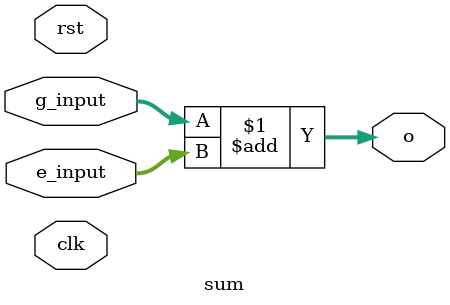
<source format=v>
`timescale 1ns / 1ps
module sum
#(
	parameter N=8,
	parameter CC=1
)
( 
	clk,
	rst,
	g_input,
	e_input,
	o
);
	input clk, rst;
	input  [N/CC-1:0] g_input;
	input  [N/CC-1:0] e_input;
	output [N/CC-1:0] o;
	

	reg carry_on; 
	wire carry_on_d;


	generate
	if(CC>1)
	begin
		always@(posedge clk or posedge rst)
		begin
			if(rst)
				carry_on <= 0;
			else
				carry_on <= carry_on_d;
		end
	end
	endgenerate

	generate
	if(CC>1)
	begin
		assign {carry_on_d, o} = g_input + e_input + carry_on;
		/*ADD 
		#(
			.N(N/CC)
		)
		ADD_
		(
			.A(g_input),
			.B(e_input),
			.CI(carry_on),
			.S(o),
			.CO(carry_on_d)
		);*/
	end
	else
	begin
		assign o = g_input + e_input;
		/*ADD 
		#(
			.N(N/CC)
		)
		ADD_
		(
			.A(g_input),
			.B(e_input),
			.CI(1'b0),
			.S(o),
			.CO()
		);*/
	end
	endgenerate
endmodule


</source>
